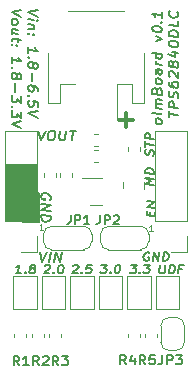
<source format=gto>
G04 #@! TF.GenerationSoftware,KiCad,Pcbnew,(5.1.4)-1*
G04 #@! TF.CreationDate,2019-11-18T19:24:08+01:00*
G04 #@! TF.ProjectId,olmBoard-v1,6f6c6d42-6f61-4726-942d-76312e6b6963,0.1*
G04 #@! TF.SameCoordinates,Original*
G04 #@! TF.FileFunction,Legend,Top*
G04 #@! TF.FilePolarity,Positive*
%FSLAX46Y46*%
G04 Gerber Fmt 4.6, Leading zero omitted, Abs format (unit mm)*
G04 Created by KiCad (PCBNEW (5.1.4)-1) date 2019-11-18 19:24:08*
%MOMM*%
%LPD*%
G04 APERTURE LIST*
%ADD10C,0.175000*%
%ADD11C,0.300000*%
%ADD12C,0.100000*%
%ADD13C,0.200000*%
%ADD14C,0.120000*%
%ADD15C,0.125000*%
%ADD16C,0.187500*%
G04 APERTURE END LIST*
D10*
X162895892Y-107816666D02*
X162825059Y-108383333D01*
X162854821Y-108450000D01*
X162888750Y-108483333D01*
X162960773Y-108516666D01*
X163113154Y-108516666D01*
X163193511Y-108483333D01*
X163235773Y-108450000D01*
X163282202Y-108383333D01*
X163353035Y-107816666D01*
X163646488Y-108516666D02*
X163733988Y-107816666D01*
X163924464Y-107816666D01*
X164034583Y-107850000D01*
X164102440Y-107916666D01*
X164132202Y-107983333D01*
X164153630Y-108116666D01*
X164141130Y-108216666D01*
X164086369Y-108350000D01*
X164039940Y-108416666D01*
X163955416Y-108483333D01*
X163836964Y-108516666D01*
X163646488Y-108516666D01*
X164758988Y-108150000D02*
X164492321Y-108150000D01*
X164446488Y-108516666D02*
X164533988Y-107816666D01*
X164914940Y-107816666D01*
X160419702Y-107816666D02*
X160914940Y-107816666D01*
X160614940Y-108083333D01*
X160729226Y-108083333D01*
X160801250Y-108116666D01*
X160835178Y-108150000D01*
X160864940Y-108216666D01*
X160844107Y-108383333D01*
X160797678Y-108450000D01*
X160755416Y-108483333D01*
X160675059Y-108516666D01*
X160446488Y-108516666D01*
X160374464Y-108483333D01*
X160340535Y-108450000D01*
X161178630Y-108450000D02*
X161212559Y-108483333D01*
X161170297Y-108516666D01*
X161136369Y-108483333D01*
X161178630Y-108450000D01*
X161170297Y-108516666D01*
X161562559Y-107816666D02*
X162057797Y-107816666D01*
X161757797Y-108083333D01*
X161872083Y-108083333D01*
X161944107Y-108116666D01*
X161978035Y-108150000D01*
X162007797Y-108216666D01*
X161986964Y-108383333D01*
X161940535Y-108450000D01*
X161898273Y-108483333D01*
X161817916Y-108516666D01*
X161589345Y-108516666D01*
X161517321Y-108483333D01*
X161483392Y-108450000D01*
X157919702Y-107816666D02*
X158414940Y-107816666D01*
X158114940Y-108083333D01*
X158229226Y-108083333D01*
X158301250Y-108116666D01*
X158335178Y-108150000D01*
X158364940Y-108216666D01*
X158344107Y-108383333D01*
X158297678Y-108450000D01*
X158255416Y-108483333D01*
X158175059Y-108516666D01*
X157946488Y-108516666D01*
X157874464Y-108483333D01*
X157840535Y-108450000D01*
X158678630Y-108450000D02*
X158712559Y-108483333D01*
X158670297Y-108516666D01*
X158636369Y-108483333D01*
X158678630Y-108450000D01*
X158670297Y-108516666D01*
X159291130Y-107816666D02*
X159367321Y-107816666D01*
X159439345Y-107850000D01*
X159473273Y-107883333D01*
X159503035Y-107950000D01*
X159524464Y-108083333D01*
X159503630Y-108250000D01*
X159448869Y-108383333D01*
X159402440Y-108450000D01*
X159360178Y-108483333D01*
X159279821Y-108516666D01*
X159203630Y-108516666D01*
X159131607Y-108483333D01*
X159097678Y-108450000D01*
X159067916Y-108383333D01*
X159046488Y-108250000D01*
X159067321Y-108083333D01*
X159122083Y-107950000D01*
X159168511Y-107883333D01*
X159210773Y-107850000D01*
X159291130Y-107816666D01*
X155549464Y-107883333D02*
X155591726Y-107850000D01*
X155672083Y-107816666D01*
X155862559Y-107816666D01*
X155934583Y-107850000D01*
X155968511Y-107883333D01*
X155998273Y-107950000D01*
X155989940Y-108016666D01*
X155939345Y-108116666D01*
X155432202Y-108516666D01*
X155927440Y-108516666D01*
X156278630Y-108450000D02*
X156312559Y-108483333D01*
X156270297Y-108516666D01*
X156236369Y-108483333D01*
X156278630Y-108450000D01*
X156270297Y-108516666D01*
X157119702Y-107816666D02*
X156738750Y-107816666D01*
X156658988Y-108150000D01*
X156701250Y-108116666D01*
X156781607Y-108083333D01*
X156972083Y-108083333D01*
X157044107Y-108116666D01*
X157078035Y-108150000D01*
X157107797Y-108216666D01*
X157086964Y-108383333D01*
X157040535Y-108450000D01*
X156998273Y-108483333D01*
X156917916Y-108516666D01*
X156727440Y-108516666D01*
X156655416Y-108483333D01*
X156621488Y-108450000D01*
X153149464Y-107883333D02*
X153191726Y-107850000D01*
X153272083Y-107816666D01*
X153462559Y-107816666D01*
X153534583Y-107850000D01*
X153568511Y-107883333D01*
X153598273Y-107950000D01*
X153589940Y-108016666D01*
X153539345Y-108116666D01*
X153032202Y-108516666D01*
X153527440Y-108516666D01*
X153878630Y-108450000D02*
X153912559Y-108483333D01*
X153870297Y-108516666D01*
X153836369Y-108483333D01*
X153878630Y-108450000D01*
X153870297Y-108516666D01*
X154491130Y-107816666D02*
X154567321Y-107816666D01*
X154639345Y-107850000D01*
X154673273Y-107883333D01*
X154703035Y-107950000D01*
X154724464Y-108083333D01*
X154703630Y-108250000D01*
X154648869Y-108383333D01*
X154602440Y-108450000D01*
X154560178Y-108483333D01*
X154479821Y-108516666D01*
X154403630Y-108516666D01*
X154331607Y-108483333D01*
X154297678Y-108450000D01*
X154267916Y-108383333D01*
X154246488Y-108250000D01*
X154267321Y-108083333D01*
X154322083Y-107950000D01*
X154368511Y-107883333D01*
X154410773Y-107850000D01*
X154491130Y-107816666D01*
X151127440Y-108516666D02*
X150670297Y-108516666D01*
X150898869Y-108516666D02*
X150986369Y-107816666D01*
X150897678Y-107916666D01*
X150813154Y-107983333D01*
X150732797Y-108016666D01*
X151478630Y-108450000D02*
X151512559Y-108483333D01*
X151470297Y-108516666D01*
X151436369Y-108483333D01*
X151478630Y-108450000D01*
X151470297Y-108516666D01*
X152015535Y-108116666D02*
X151943511Y-108083333D01*
X151909583Y-108050000D01*
X151879821Y-107983333D01*
X151883988Y-107950000D01*
X151930416Y-107883333D01*
X151972678Y-107850000D01*
X152053035Y-107816666D01*
X152205416Y-107816666D01*
X152277440Y-107850000D01*
X152311369Y-107883333D01*
X152341130Y-107950000D01*
X152336964Y-107983333D01*
X152290535Y-108050000D01*
X152248273Y-108083333D01*
X152167916Y-108116666D01*
X152015535Y-108116666D01*
X151935178Y-108150000D01*
X151892916Y-108183333D01*
X151846488Y-108250000D01*
X151829821Y-108383333D01*
X151859583Y-108450000D01*
X151893511Y-108483333D01*
X151965535Y-108516666D01*
X152117916Y-108516666D01*
X152198273Y-108483333D01*
X152240535Y-108450000D01*
X152286964Y-108383333D01*
X152303630Y-108250000D01*
X152273869Y-108183333D01*
X152239940Y-108150000D01*
X152167916Y-108116666D01*
D11*
X159428571Y-95557142D02*
X160571428Y-95557142D01*
X160000000Y-96128571D02*
X160000000Y-94985714D01*
D12*
G36*
X152480000Y-101600000D02*
G01*
X152680000Y-101700000D01*
X152680000Y-104150000D01*
X149800000Y-104140000D01*
X149780000Y-99250000D01*
X152480000Y-99250000D01*
X152480000Y-101600000D01*
G37*
X152480000Y-101600000D02*
X152680000Y-101700000D01*
X152680000Y-104150000D01*
X149800000Y-104140000D01*
X149780000Y-99250000D01*
X152480000Y-99250000D01*
X152480000Y-101600000D01*
D10*
X161990773Y-106800000D02*
X161918750Y-106766666D01*
X161804464Y-106766666D01*
X161686011Y-106800000D01*
X161601488Y-106866666D01*
X161555059Y-106933333D01*
X161500297Y-107066666D01*
X161487797Y-107166666D01*
X161509226Y-107300000D01*
X161538988Y-107366666D01*
X161606845Y-107433333D01*
X161716964Y-107466666D01*
X161793154Y-107466666D01*
X161911607Y-107433333D01*
X161953869Y-107400000D01*
X161983035Y-107166666D01*
X161830654Y-107166666D01*
X162288392Y-107466666D02*
X162375892Y-106766666D01*
X162745535Y-107466666D01*
X162833035Y-106766666D01*
X163126488Y-107466666D02*
X163213988Y-106766666D01*
X163404464Y-106766666D01*
X163514583Y-106800000D01*
X163582440Y-106866666D01*
X163612202Y-106933333D01*
X163633630Y-107066666D01*
X163621130Y-107166666D01*
X163566369Y-107300000D01*
X163519940Y-107366666D01*
X163435416Y-107433333D01*
X163316964Y-107466666D01*
X163126488Y-107466666D01*
X162080000Y-103645773D02*
X162080000Y-103379107D01*
X162446666Y-103310654D02*
X162446666Y-103691607D01*
X161746666Y-103604107D01*
X161746666Y-103223154D01*
X162446666Y-102967797D02*
X161746666Y-102880297D01*
X162446666Y-102510654D01*
X161746666Y-102423154D01*
X162346666Y-101041607D02*
X161646666Y-100954107D01*
X162146666Y-100749940D01*
X161646666Y-100420773D01*
X162346666Y-100508273D01*
X162346666Y-100127321D02*
X161646666Y-100039821D01*
X161646666Y-99849345D01*
X161680000Y-99739226D01*
X161746666Y-99671369D01*
X161813333Y-99641607D01*
X161946666Y-99620178D01*
X162046666Y-99632678D01*
X162180000Y-99687440D01*
X162246666Y-99733869D01*
X162313333Y-99818392D01*
X162346666Y-99936845D01*
X162346666Y-100127321D01*
X162313333Y-98575535D02*
X162346666Y-98465416D01*
X162346666Y-98274940D01*
X162313333Y-98194583D01*
X162280000Y-98152321D01*
X162213333Y-98105892D01*
X162146666Y-98097559D01*
X162080000Y-98127321D01*
X162046666Y-98161250D01*
X162013333Y-98233273D01*
X161980000Y-98381488D01*
X161946666Y-98453511D01*
X161913333Y-98487440D01*
X161846666Y-98517202D01*
X161780000Y-98508869D01*
X161713333Y-98462440D01*
X161680000Y-98420178D01*
X161646666Y-98339821D01*
X161646666Y-98149345D01*
X161680000Y-98039226D01*
X161646666Y-97806488D02*
X161646666Y-97349345D01*
X162346666Y-97665416D02*
X161646666Y-97577916D01*
X162346666Y-97170178D02*
X161646666Y-97082678D01*
X161646666Y-96777916D01*
X161680000Y-96705892D01*
X161713333Y-96671964D01*
X161780000Y-96642202D01*
X161880000Y-96654702D01*
X161946666Y-96701130D01*
X161980000Y-96743392D01*
X162013333Y-96823750D01*
X162013333Y-97128511D01*
D13*
X153580000Y-102315714D02*
X153618095Y-102234761D01*
X153618095Y-102106190D01*
X153580000Y-101972857D01*
X153503809Y-101877619D01*
X153427619Y-101825238D01*
X153275238Y-101763333D01*
X153160952Y-101749047D01*
X153008571Y-101772857D01*
X152932380Y-101806190D01*
X152856190Y-101882380D01*
X152818095Y-102006190D01*
X152818095Y-102091904D01*
X152856190Y-102225238D01*
X152894285Y-102272857D01*
X153160952Y-102306190D01*
X153160952Y-102134761D01*
X152818095Y-102649047D02*
X153618095Y-102749047D01*
X152818095Y-103163333D01*
X153618095Y-103263333D01*
X152818095Y-103591904D02*
X153618095Y-103691904D01*
X153618095Y-103906190D01*
X153580000Y-104030000D01*
X153503809Y-104106190D01*
X153427619Y-104139523D01*
X153275238Y-104163333D01*
X153160952Y-104149047D01*
X153008571Y-104087142D01*
X152932380Y-104034761D01*
X152856190Y-103939523D01*
X152818095Y-103806190D01*
X152818095Y-103591904D01*
X152600476Y-96461904D02*
X152800476Y-97261904D01*
X153200476Y-96461904D01*
X153671904Y-96461904D02*
X153843333Y-96461904D01*
X153924285Y-96500000D01*
X154000476Y-96576190D01*
X154024285Y-96728571D01*
X153990952Y-96995238D01*
X153929047Y-97147619D01*
X153833809Y-97223809D01*
X153743333Y-97261904D01*
X153571904Y-97261904D01*
X153490952Y-97223809D01*
X153414761Y-97147619D01*
X153390952Y-96995238D01*
X153424285Y-96728571D01*
X153486190Y-96576190D01*
X153581428Y-96500000D01*
X153671904Y-96461904D01*
X154443333Y-96461904D02*
X154362380Y-97109523D01*
X154395714Y-97185714D01*
X154433809Y-97223809D01*
X154514761Y-97261904D01*
X154686190Y-97261904D01*
X154776666Y-97223809D01*
X154824285Y-97185714D01*
X154876666Y-97109523D01*
X154957619Y-96461904D01*
X155257619Y-96461904D02*
X155771904Y-96461904D01*
X155414761Y-97261904D02*
X155514761Y-96461904D01*
X152720476Y-106749904D02*
X152920476Y-107549904D01*
X153320476Y-106749904D01*
X153520476Y-107549904D02*
X153620476Y-106749904D01*
X153949047Y-107549904D02*
X154049047Y-106749904D01*
X154463333Y-107549904D01*
X154563333Y-106749904D01*
X152518095Y-86220476D02*
X151718095Y-86420476D01*
X152518095Y-86820476D01*
X151718095Y-87020476D02*
X152251428Y-87087142D01*
X152518095Y-87120476D02*
X152480000Y-87072857D01*
X152441904Y-87110952D01*
X152480000Y-87158571D01*
X152518095Y-87120476D01*
X152441904Y-87110952D01*
X152251428Y-87515714D02*
X151718095Y-87449047D01*
X152175238Y-87506190D02*
X152213333Y-87553809D01*
X152251428Y-87644285D01*
X152251428Y-87772857D01*
X152213333Y-87853809D01*
X152137142Y-87887142D01*
X151718095Y-87834761D01*
X151794285Y-88272857D02*
X151756190Y-88310952D01*
X151718095Y-88263333D01*
X151756190Y-88225238D01*
X151794285Y-88272857D01*
X151718095Y-88263333D01*
X152213333Y-88325238D02*
X152175238Y-88363333D01*
X152137142Y-88315714D01*
X152175238Y-88277619D01*
X152213333Y-88325238D01*
X152137142Y-88315714D01*
X151718095Y-89849047D02*
X151718095Y-89334761D01*
X151718095Y-89591904D02*
X152518095Y-89691904D01*
X152403809Y-89591904D01*
X152327619Y-89496666D01*
X152289523Y-89406190D01*
X151794285Y-90244285D02*
X151756190Y-90282380D01*
X151718095Y-90234761D01*
X151756190Y-90196666D01*
X151794285Y-90244285D01*
X151718095Y-90234761D01*
X152175238Y-90849047D02*
X152213333Y-90768095D01*
X152251428Y-90730000D01*
X152327619Y-90696666D01*
X152365714Y-90701428D01*
X152441904Y-90753809D01*
X152480000Y-90801428D01*
X152518095Y-90891904D01*
X152518095Y-91063333D01*
X152480000Y-91144285D01*
X152441904Y-91182380D01*
X152365714Y-91215714D01*
X152327619Y-91210952D01*
X152251428Y-91158571D01*
X152213333Y-91110952D01*
X152175238Y-91020476D01*
X152175238Y-90849047D01*
X152137142Y-90758571D01*
X152099047Y-90710952D01*
X152022857Y-90658571D01*
X151870476Y-90639523D01*
X151794285Y-90672857D01*
X151756190Y-90710952D01*
X151718095Y-90791904D01*
X151718095Y-90963333D01*
X151756190Y-91053809D01*
X151794285Y-91101428D01*
X151870476Y-91153809D01*
X152022857Y-91172857D01*
X152099047Y-91139523D01*
X152137142Y-91101428D01*
X152175238Y-91020476D01*
X152022857Y-91558571D02*
X152022857Y-92244285D01*
X152518095Y-93120476D02*
X152518095Y-92949047D01*
X152480000Y-92858571D01*
X152441904Y-92810952D01*
X152327619Y-92710952D01*
X152175238Y-92649047D01*
X151870476Y-92610952D01*
X151794285Y-92644285D01*
X151756190Y-92682380D01*
X151718095Y-92763333D01*
X151718095Y-92934761D01*
X151756190Y-93025238D01*
X151794285Y-93072857D01*
X151870476Y-93125238D01*
X152060952Y-93149047D01*
X152137142Y-93115714D01*
X152175238Y-93077619D01*
X152213333Y-92996666D01*
X152213333Y-92825238D01*
X152175238Y-92734761D01*
X152137142Y-92687142D01*
X152060952Y-92634761D01*
X151794285Y-93501428D02*
X151756190Y-93539523D01*
X151718095Y-93491904D01*
X151756190Y-93453809D01*
X151794285Y-93501428D01*
X151718095Y-93491904D01*
X152518095Y-94449047D02*
X152518095Y-94020476D01*
X152137142Y-93930000D01*
X152175238Y-93977619D01*
X152213333Y-94068095D01*
X152213333Y-94282380D01*
X152175238Y-94363333D01*
X152137142Y-94401428D01*
X152060952Y-94434761D01*
X151870476Y-94410952D01*
X151794285Y-94358571D01*
X151756190Y-94310952D01*
X151718095Y-94220476D01*
X151718095Y-94006190D01*
X151756190Y-93925238D01*
X151794285Y-93887142D01*
X152518095Y-94749047D02*
X151718095Y-94949047D01*
X152518095Y-95349047D01*
X151118095Y-86220476D02*
X150318095Y-86420476D01*
X151118095Y-86820476D01*
X150318095Y-87149047D02*
X150356190Y-87068095D01*
X150394285Y-87030000D01*
X150470476Y-86996666D01*
X150699047Y-87025238D01*
X150775238Y-87077619D01*
X150813333Y-87125238D01*
X150851428Y-87215714D01*
X150851428Y-87344285D01*
X150813333Y-87425238D01*
X150775238Y-87463333D01*
X150699047Y-87496666D01*
X150470476Y-87468095D01*
X150394285Y-87415714D01*
X150356190Y-87368095D01*
X150318095Y-87277619D01*
X150318095Y-87149047D01*
X150851428Y-88287142D02*
X150318095Y-88220476D01*
X150851428Y-87901428D02*
X150432380Y-87849047D01*
X150356190Y-87882380D01*
X150318095Y-87963333D01*
X150318095Y-88091904D01*
X150356190Y-88182380D01*
X150394285Y-88230000D01*
X150851428Y-88587142D02*
X150851428Y-88930000D01*
X151118095Y-88749047D02*
X150432380Y-88663333D01*
X150356190Y-88696666D01*
X150318095Y-88777619D01*
X150318095Y-88863333D01*
X150394285Y-89172857D02*
X150356190Y-89210952D01*
X150318095Y-89163333D01*
X150356190Y-89125238D01*
X150394285Y-89172857D01*
X150318095Y-89163333D01*
X150813333Y-89225238D02*
X150775238Y-89263333D01*
X150737142Y-89215714D01*
X150775238Y-89177619D01*
X150813333Y-89225238D01*
X150737142Y-89215714D01*
X150318095Y-90749047D02*
X150318095Y-90234761D01*
X150318095Y-90491904D02*
X151118095Y-90591904D01*
X151003809Y-90491904D01*
X150927619Y-90396666D01*
X150889523Y-90306190D01*
X150394285Y-91144285D02*
X150356190Y-91182380D01*
X150318095Y-91134761D01*
X150356190Y-91096666D01*
X150394285Y-91144285D01*
X150318095Y-91134761D01*
X150775238Y-91749047D02*
X150813333Y-91668095D01*
X150851428Y-91630000D01*
X150927619Y-91596666D01*
X150965714Y-91601428D01*
X151041904Y-91653809D01*
X151080000Y-91701428D01*
X151118095Y-91791904D01*
X151118095Y-91963333D01*
X151080000Y-92044285D01*
X151041904Y-92082380D01*
X150965714Y-92115714D01*
X150927619Y-92110952D01*
X150851428Y-92058571D01*
X150813333Y-92010952D01*
X150775238Y-91920476D01*
X150775238Y-91749047D01*
X150737142Y-91658571D01*
X150699047Y-91610952D01*
X150622857Y-91558571D01*
X150470476Y-91539523D01*
X150394285Y-91572857D01*
X150356190Y-91610952D01*
X150318095Y-91691904D01*
X150318095Y-91863333D01*
X150356190Y-91953809D01*
X150394285Y-92001428D01*
X150470476Y-92053809D01*
X150622857Y-92072857D01*
X150699047Y-92039523D01*
X150737142Y-92001428D01*
X150775238Y-91920476D01*
X150622857Y-92458571D02*
X150622857Y-93144285D01*
X151118095Y-93549047D02*
X151118095Y-94106190D01*
X150813333Y-93768095D01*
X150813333Y-93896666D01*
X150775238Y-93977619D01*
X150737142Y-94015714D01*
X150660952Y-94049047D01*
X150470476Y-94025238D01*
X150394285Y-93972857D01*
X150356190Y-93925238D01*
X150318095Y-93834761D01*
X150318095Y-93577619D01*
X150356190Y-93496666D01*
X150394285Y-93458571D01*
X150394285Y-94401428D02*
X150356190Y-94439523D01*
X150318095Y-94391904D01*
X150356190Y-94353809D01*
X150394285Y-94401428D01*
X150318095Y-94391904D01*
X151118095Y-94834761D02*
X151118095Y-95391904D01*
X150813333Y-95053809D01*
X150813333Y-95182380D01*
X150775238Y-95263333D01*
X150737142Y-95301428D01*
X150660952Y-95334761D01*
X150470476Y-95310952D01*
X150394285Y-95258571D01*
X150356190Y-95210952D01*
X150318095Y-95120476D01*
X150318095Y-94863333D01*
X150356190Y-94782380D01*
X150394285Y-94744285D01*
X151118095Y-95649047D02*
X150318095Y-95849047D01*
X151118095Y-96249047D01*
X163041904Y-95764880D02*
X163003809Y-95845833D01*
X162965714Y-95883928D01*
X162889523Y-95917261D01*
X162660952Y-95888690D01*
X162584761Y-95836309D01*
X162546666Y-95788690D01*
X162508571Y-95698214D01*
X162508571Y-95569642D01*
X162546666Y-95488690D01*
X162584761Y-95450595D01*
X162660952Y-95417261D01*
X162889523Y-95445833D01*
X162965714Y-95498214D01*
X163003809Y-95545833D01*
X163041904Y-95636309D01*
X163041904Y-95764880D01*
X163041904Y-94950595D02*
X163003809Y-95031547D01*
X162927619Y-95064880D01*
X162241904Y-94979166D01*
X163041904Y-94607738D02*
X162508571Y-94541071D01*
X162584761Y-94550595D02*
X162546666Y-94502976D01*
X162508571Y-94412500D01*
X162508571Y-94283928D01*
X162546666Y-94202976D01*
X162622857Y-94169642D01*
X163041904Y-94222023D01*
X162622857Y-94169642D02*
X162546666Y-94117261D01*
X162508571Y-94026785D01*
X162508571Y-93898214D01*
X162546666Y-93817261D01*
X162622857Y-93783928D01*
X163041904Y-93836309D01*
X162622857Y-93055357D02*
X162660952Y-92931547D01*
X162699047Y-92893452D01*
X162775238Y-92860119D01*
X162889523Y-92874404D01*
X162965714Y-92926785D01*
X163003809Y-92974404D01*
X163041904Y-93064880D01*
X163041904Y-93407738D01*
X162241904Y-93307738D01*
X162241904Y-93007738D01*
X162280000Y-92926785D01*
X162318095Y-92888690D01*
X162394285Y-92855357D01*
X162470476Y-92864880D01*
X162546666Y-92917261D01*
X162584761Y-92964880D01*
X162622857Y-93055357D01*
X162622857Y-93355357D01*
X163041904Y-92379166D02*
X163003809Y-92460119D01*
X162965714Y-92498214D01*
X162889523Y-92531547D01*
X162660952Y-92502976D01*
X162584761Y-92450595D01*
X162546666Y-92402976D01*
X162508571Y-92312500D01*
X162508571Y-92183928D01*
X162546666Y-92102976D01*
X162584761Y-92064880D01*
X162660952Y-92031547D01*
X162889523Y-92060119D01*
X162965714Y-92112500D01*
X163003809Y-92160119D01*
X163041904Y-92250595D01*
X163041904Y-92379166D01*
X163041904Y-91307738D02*
X162622857Y-91255357D01*
X162546666Y-91288690D01*
X162508571Y-91369642D01*
X162508571Y-91541071D01*
X162546666Y-91631547D01*
X163003809Y-91302976D02*
X163041904Y-91393452D01*
X163041904Y-91607738D01*
X163003809Y-91688690D01*
X162927619Y-91722023D01*
X162851428Y-91712500D01*
X162775238Y-91660119D01*
X162737142Y-91569642D01*
X162737142Y-91355357D01*
X162699047Y-91264880D01*
X163041904Y-90879166D02*
X162508571Y-90812500D01*
X162660952Y-90831547D02*
X162584761Y-90779166D01*
X162546666Y-90731547D01*
X162508571Y-90641071D01*
X162508571Y-90555357D01*
X163041904Y-89936309D02*
X162241904Y-89836309D01*
X163003809Y-89931547D02*
X163041904Y-90022023D01*
X163041904Y-90193452D01*
X163003809Y-90274404D01*
X162965714Y-90312500D01*
X162889523Y-90345833D01*
X162660952Y-90317261D01*
X162584761Y-90264880D01*
X162546666Y-90217261D01*
X162508571Y-90126785D01*
X162508571Y-89955357D01*
X162546666Y-89874404D01*
X162508571Y-88841071D02*
X163041904Y-88693452D01*
X162508571Y-88412500D01*
X162241904Y-87864880D02*
X162241904Y-87779166D01*
X162280000Y-87698214D01*
X162318095Y-87660119D01*
X162394285Y-87626785D01*
X162546666Y-87602976D01*
X162737142Y-87626785D01*
X162889523Y-87688690D01*
X162965714Y-87741071D01*
X163003809Y-87788690D01*
X163041904Y-87879166D01*
X163041904Y-87964880D01*
X163003809Y-88045833D01*
X162965714Y-88083928D01*
X162889523Y-88117261D01*
X162737142Y-88141071D01*
X162546666Y-88117261D01*
X162394285Y-88055357D01*
X162318095Y-88002976D01*
X162280000Y-87955357D01*
X162241904Y-87864880D01*
X162965714Y-87269642D02*
X163003809Y-87231547D01*
X163041904Y-87279166D01*
X163003809Y-87317261D01*
X162965714Y-87269642D01*
X163041904Y-87279166D01*
X163041904Y-86379166D02*
X163041904Y-86893452D01*
X163041904Y-86636309D02*
X162241904Y-86536309D01*
X162356190Y-86636309D01*
X162432380Y-86731547D01*
X162470476Y-86822023D01*
X163641904Y-95279166D02*
X163641904Y-94764880D01*
X164441904Y-95122023D02*
X163641904Y-95022023D01*
X164441904Y-94564880D02*
X163641904Y-94464880D01*
X163641904Y-94122023D01*
X163680000Y-94041071D01*
X163718095Y-94002976D01*
X163794285Y-93969642D01*
X163908571Y-93983928D01*
X163984761Y-94036309D01*
X164022857Y-94083928D01*
X164060952Y-94174404D01*
X164060952Y-94517261D01*
X164403809Y-93702976D02*
X164441904Y-93579166D01*
X164441904Y-93364880D01*
X164403809Y-93274404D01*
X164365714Y-93226785D01*
X164289523Y-93174404D01*
X164213333Y-93164880D01*
X164137142Y-93198214D01*
X164099047Y-93236309D01*
X164060952Y-93317261D01*
X164022857Y-93483928D01*
X163984761Y-93564880D01*
X163946666Y-93602976D01*
X163870476Y-93636309D01*
X163794285Y-93626785D01*
X163718095Y-93574404D01*
X163680000Y-93526785D01*
X163641904Y-93436309D01*
X163641904Y-93222023D01*
X163680000Y-93098214D01*
X163641904Y-92322023D02*
X163641904Y-92493452D01*
X163680000Y-92583928D01*
X163718095Y-92631547D01*
X163832380Y-92731547D01*
X163984761Y-92793452D01*
X164289523Y-92831547D01*
X164365714Y-92798214D01*
X164403809Y-92760119D01*
X164441904Y-92679166D01*
X164441904Y-92507738D01*
X164403809Y-92417261D01*
X164365714Y-92369642D01*
X164289523Y-92317261D01*
X164099047Y-92293452D01*
X164022857Y-92326785D01*
X163984761Y-92364880D01*
X163946666Y-92445833D01*
X163946666Y-92617261D01*
X163984761Y-92707738D01*
X164022857Y-92755357D01*
X164099047Y-92807738D01*
X163718095Y-91902976D02*
X163680000Y-91855357D01*
X163641904Y-91764880D01*
X163641904Y-91550595D01*
X163680000Y-91469642D01*
X163718095Y-91431547D01*
X163794285Y-91398214D01*
X163870476Y-91407738D01*
X163984761Y-91464880D01*
X164441904Y-92036309D01*
X164441904Y-91479166D01*
X163984761Y-90907738D02*
X163946666Y-90988690D01*
X163908571Y-91026785D01*
X163832380Y-91060119D01*
X163794285Y-91055357D01*
X163718095Y-91002976D01*
X163680000Y-90955357D01*
X163641904Y-90864880D01*
X163641904Y-90693452D01*
X163680000Y-90612500D01*
X163718095Y-90574404D01*
X163794285Y-90541071D01*
X163832380Y-90545833D01*
X163908571Y-90598214D01*
X163946666Y-90645833D01*
X163984761Y-90736309D01*
X163984761Y-90907738D01*
X164022857Y-90998214D01*
X164060952Y-91045833D01*
X164137142Y-91098214D01*
X164289523Y-91117261D01*
X164365714Y-91083928D01*
X164403809Y-91045833D01*
X164441904Y-90964880D01*
X164441904Y-90793452D01*
X164403809Y-90702976D01*
X164365714Y-90655357D01*
X164289523Y-90602976D01*
X164137142Y-90583928D01*
X164060952Y-90617261D01*
X164022857Y-90655357D01*
X163984761Y-90736309D01*
X163908571Y-89783928D02*
X164441904Y-89850595D01*
X163603809Y-89960119D02*
X164175238Y-90245833D01*
X164175238Y-89688690D01*
X163641904Y-89107738D02*
X163641904Y-89022023D01*
X163680000Y-88941071D01*
X163718095Y-88902976D01*
X163794285Y-88869642D01*
X163946666Y-88845833D01*
X164137142Y-88869642D01*
X164289523Y-88931547D01*
X164365714Y-88983928D01*
X164403809Y-89031547D01*
X164441904Y-89122023D01*
X164441904Y-89207738D01*
X164403809Y-89288690D01*
X164365714Y-89326785D01*
X164289523Y-89360119D01*
X164137142Y-89383928D01*
X163946666Y-89360119D01*
X163794285Y-89298214D01*
X163718095Y-89245833D01*
X163680000Y-89198214D01*
X163641904Y-89107738D01*
X164441904Y-88522023D02*
X163641904Y-88422023D01*
X163641904Y-88207738D01*
X163680000Y-88083928D01*
X163756190Y-88007738D01*
X163832380Y-87974404D01*
X163984761Y-87950595D01*
X164099047Y-87964880D01*
X164251428Y-88026785D01*
X164327619Y-88079166D01*
X164403809Y-88174404D01*
X164441904Y-88307738D01*
X164441904Y-88522023D01*
X164441904Y-87193452D02*
X164441904Y-87622023D01*
X163641904Y-87522023D01*
X164365714Y-86369642D02*
X164403809Y-86417261D01*
X164441904Y-86550595D01*
X164441904Y-86636309D01*
X164403809Y-86760119D01*
X164327619Y-86836309D01*
X164251428Y-86869642D01*
X164099047Y-86893452D01*
X163984761Y-86879166D01*
X163832380Y-86817261D01*
X163756190Y-86764880D01*
X163680000Y-86669642D01*
X163641904Y-86536309D01*
X163641904Y-86450595D01*
X163680000Y-86326785D01*
X163718095Y-86288690D01*
D14*
X153033000Y-100365779D02*
X153033000Y-100040221D01*
X154053000Y-100365779D02*
X154053000Y-100040221D01*
X154430000Y-100365779D02*
X154430000Y-100040221D01*
X155450000Y-100365779D02*
X155450000Y-100040221D01*
X157642779Y-98105500D02*
X157317221Y-98105500D01*
X157642779Y-99125500D02*
X157317221Y-99125500D01*
X157642779Y-97728500D02*
X157317221Y-97728500D01*
X157642779Y-96708500D02*
X157317221Y-96708500D01*
X161165000Y-98143279D02*
X161165000Y-97817721D01*
X160145000Y-98143279D02*
X160145000Y-97817721D01*
X161540000Y-89865000D02*
X161540000Y-94115000D01*
X161540000Y-94115000D02*
X160520000Y-94115000D01*
X160520000Y-94115000D02*
X160520000Y-92515000D01*
X160520000Y-92515000D02*
X159240000Y-92515000D01*
X159240000Y-92515000D02*
X159240000Y-95405000D01*
X153420000Y-89865000D02*
X153420000Y-94115000D01*
X153420000Y-94115000D02*
X154440000Y-94115000D01*
X154440000Y-94115000D02*
X154440000Y-92515000D01*
X154440000Y-92515000D02*
X155720000Y-92515000D01*
X159820000Y-86295000D02*
X155140000Y-86295000D01*
X152460000Y-96460000D02*
X149800000Y-96460000D01*
X152460000Y-104140000D02*
X152460000Y-96460000D01*
X149800000Y-104140000D02*
X149800000Y-96460000D01*
X152460000Y-104140000D02*
X149800000Y-104140000D01*
X152460000Y-105410000D02*
X152460000Y-106740000D01*
X152460000Y-106740000D02*
X151130000Y-106740000D01*
X165160000Y-106740000D02*
X163830000Y-106740000D01*
X165160000Y-105410000D02*
X165160000Y-106740000D01*
X165160000Y-104140000D02*
X162500000Y-104140000D01*
X162500000Y-104140000D02*
X162500000Y-96460000D01*
X165160000Y-104140000D02*
X165160000Y-96460000D01*
X165160000Y-96460000D02*
X162500000Y-96460000D01*
X153017000Y-105837000D02*
X153017000Y-105237000D01*
X156467000Y-106537000D02*
X153667000Y-106537000D01*
X157117000Y-105237000D02*
X157117000Y-105837000D01*
X153667000Y-104537000D02*
X156467000Y-104537000D01*
X156417000Y-104537000D02*
G75*
G02X157117000Y-105237000I0J-700000D01*
G01*
X157117000Y-105837000D02*
G75*
G02X156417000Y-106537000I-700000J0D01*
G01*
X153717000Y-106537000D02*
G75*
G02X153017000Y-105837000I0J700000D01*
G01*
X153017000Y-105237000D02*
G75*
G02X153717000Y-104537000I700000J0D01*
G01*
X161943000Y-105837000D02*
G75*
G02X161243000Y-106537000I-700000J0D01*
G01*
X161243000Y-104537000D02*
G75*
G02X161943000Y-105237000I0J-700000D01*
G01*
X157843000Y-105237000D02*
G75*
G02X158543000Y-104537000I700000J0D01*
G01*
X158543000Y-106537000D02*
G75*
G02X157843000Y-105837000I0J700000D01*
G01*
X161293000Y-106537000D02*
X158493000Y-106537000D01*
X157843000Y-105837000D02*
X157843000Y-105237000D01*
X158493000Y-104537000D02*
X161293000Y-104537000D01*
X161943000Y-105237000D02*
X161943000Y-105837000D01*
X164957000Y-114365000D02*
G75*
G02X164257000Y-115065000I-700000J0D01*
G01*
X163657000Y-115065000D02*
G75*
G02X162957000Y-114365000I0J700000D01*
G01*
X162957000Y-112965000D02*
G75*
G02X163657000Y-112265000I700000J0D01*
G01*
X164257000Y-112265000D02*
G75*
G02X164957000Y-112965000I0J-700000D01*
G01*
X163657000Y-112265000D02*
X164257000Y-112265000D01*
X162957000Y-114365000D02*
X162957000Y-112965000D01*
X164257000Y-115065000D02*
X163657000Y-115065000D01*
X164957000Y-112965000D02*
X164957000Y-114365000D01*
X152447500Y-108772500D02*
X152447500Y-111572500D01*
X152447500Y-111572500D02*
X150447500Y-111572500D01*
X150447500Y-111572500D02*
X150447500Y-108772500D01*
X150447500Y-108772500D02*
X152447500Y-108772500D01*
X152860500Y-108772500D02*
X154860500Y-108772500D01*
X152860500Y-111572500D02*
X152860500Y-108772500D01*
X154860500Y-111572500D02*
X152860500Y-111572500D01*
X154860500Y-108772500D02*
X154860500Y-111572500D01*
X155273500Y-108772500D02*
X157273500Y-108772500D01*
X155273500Y-111572500D02*
X155273500Y-108772500D01*
X157273500Y-111572500D02*
X155273500Y-111572500D01*
X157273500Y-108772500D02*
X157273500Y-111572500D01*
X159686500Y-108772500D02*
X159686500Y-111572500D01*
X159686500Y-111572500D02*
X157686500Y-111572500D01*
X157686500Y-111572500D02*
X157686500Y-108772500D01*
X157686500Y-108772500D02*
X159686500Y-108772500D01*
X162099500Y-108772500D02*
X162099500Y-111572500D01*
X162099500Y-111572500D02*
X160099500Y-111572500D01*
X160099500Y-111572500D02*
X160099500Y-108772500D01*
X160099500Y-108772500D02*
X162099500Y-108772500D01*
X162512500Y-108772500D02*
X164512500Y-108772500D01*
X162512500Y-111572500D02*
X162512500Y-108772500D01*
X164512500Y-111572500D02*
X162512500Y-111572500D01*
X164512500Y-108772500D02*
X164512500Y-111572500D01*
X159766000Y-101346000D02*
X159766000Y-100828844D01*
X161544000Y-101355156D02*
X161544000Y-100838000D01*
X150556500Y-113954779D02*
X150556500Y-113629221D01*
X151576500Y-113954779D02*
X151576500Y-113629221D01*
X153037000Y-113954779D02*
X153037000Y-113629221D01*
X152017000Y-113954779D02*
X152017000Y-113629221D01*
X153477500Y-113954779D02*
X153477500Y-113629221D01*
X154497500Y-113954779D02*
X154497500Y-113629221D01*
X161228500Y-113954779D02*
X161228500Y-113629221D01*
X160208500Y-113954779D02*
X160208500Y-113629221D01*
X161605500Y-113954779D02*
X161605500Y-113629221D01*
X162625500Y-113954779D02*
X162625500Y-113629221D01*
X157965000Y-102716000D02*
X156965000Y-102716000D01*
X156322000Y-100476000D02*
X157965000Y-100476000D01*
D10*
X155313333Y-103616666D02*
X155313333Y-104116666D01*
X155275238Y-104216666D01*
X155199047Y-104283333D01*
X155084761Y-104316666D01*
X155008571Y-104316666D01*
X155694285Y-104316666D02*
X155694285Y-103616666D01*
X155999047Y-103616666D01*
X156075238Y-103650000D01*
X156113333Y-103683333D01*
X156151428Y-103750000D01*
X156151428Y-103850000D01*
X156113333Y-103916666D01*
X156075238Y-103950000D01*
X155999047Y-103983333D01*
X155694285Y-103983333D01*
X156913333Y-104316666D02*
X156456190Y-104316666D01*
X156684761Y-104316666D02*
X156684761Y-103616666D01*
X156608571Y-103716666D01*
X156532380Y-103783333D01*
X156456190Y-103816666D01*
D15*
X152972857Y-104826190D02*
X152687142Y-104826190D01*
X152830000Y-104826190D02*
X152830000Y-104326190D01*
X152782380Y-104397619D01*
X152734761Y-104445238D01*
X152687142Y-104469047D01*
D10*
X157813333Y-103616666D02*
X157813333Y-104116666D01*
X157775238Y-104216666D01*
X157699047Y-104283333D01*
X157584761Y-104316666D01*
X157508571Y-104316666D01*
X158194285Y-104316666D02*
X158194285Y-103616666D01*
X158499047Y-103616666D01*
X158575238Y-103650000D01*
X158613333Y-103683333D01*
X158651428Y-103750000D01*
X158651428Y-103850000D01*
X158613333Y-103916666D01*
X158575238Y-103950000D01*
X158499047Y-103983333D01*
X158194285Y-103983333D01*
X158956190Y-103683333D02*
X158994285Y-103650000D01*
X159070476Y-103616666D01*
X159260952Y-103616666D01*
X159337142Y-103650000D01*
X159375238Y-103683333D01*
X159413333Y-103750000D01*
X159413333Y-103816666D01*
X159375238Y-103916666D01*
X158918095Y-104316666D01*
X159413333Y-104316666D01*
D15*
X162272857Y-104926190D02*
X161987142Y-104926190D01*
X162130000Y-104926190D02*
X162130000Y-104426190D01*
X162082380Y-104497619D01*
X162034761Y-104545238D01*
X161987142Y-104569047D01*
D16*
X163058166Y-115476785D02*
X163058166Y-116012500D01*
X163017690Y-116119642D01*
X162936738Y-116191071D01*
X162815309Y-116226785D01*
X162734357Y-116226785D01*
X163462928Y-116226785D02*
X163462928Y-115476785D01*
X163786738Y-115476785D01*
X163867690Y-115512500D01*
X163908166Y-115548214D01*
X163948642Y-115619642D01*
X163948642Y-115726785D01*
X163908166Y-115798214D01*
X163867690Y-115833928D01*
X163786738Y-115869642D01*
X163462928Y-115869642D01*
X164231976Y-115476785D02*
X164758166Y-115476785D01*
X164474833Y-115762500D01*
X164596261Y-115762500D01*
X164677214Y-115798214D01*
X164717690Y-115833928D01*
X164758166Y-115905357D01*
X164758166Y-116083928D01*
X164717690Y-116155357D01*
X164677214Y-116191071D01*
X164596261Y-116226785D01*
X164353404Y-116226785D01*
X164272452Y-116191071D01*
X164231976Y-116155357D01*
D13*
D16*
X150988333Y-116290285D02*
X150705000Y-115933142D01*
X150502619Y-116290285D02*
X150502619Y-115540285D01*
X150826428Y-115540285D01*
X150907380Y-115576000D01*
X150947857Y-115611714D01*
X150988333Y-115683142D01*
X150988333Y-115790285D01*
X150947857Y-115861714D01*
X150907380Y-115897428D01*
X150826428Y-115933142D01*
X150502619Y-115933142D01*
X151797857Y-116290285D02*
X151312142Y-116290285D01*
X151555000Y-116290285D02*
X151555000Y-115540285D01*
X151474047Y-115647428D01*
X151393095Y-115718857D01*
X151312142Y-115754571D01*
D13*
D16*
X152639333Y-116290285D02*
X152356000Y-115933142D01*
X152153619Y-116290285D02*
X152153619Y-115540285D01*
X152477428Y-115540285D01*
X152558380Y-115576000D01*
X152598857Y-115611714D01*
X152639333Y-115683142D01*
X152639333Y-115790285D01*
X152598857Y-115861714D01*
X152558380Y-115897428D01*
X152477428Y-115933142D01*
X152153619Y-115933142D01*
X152963142Y-115611714D02*
X153003619Y-115576000D01*
X153084571Y-115540285D01*
X153286952Y-115540285D01*
X153367904Y-115576000D01*
X153408380Y-115611714D01*
X153448857Y-115683142D01*
X153448857Y-115754571D01*
X153408380Y-115861714D01*
X152922666Y-116290285D01*
X153448857Y-116290285D01*
D13*
D16*
X154290333Y-116290285D02*
X154007000Y-115933142D01*
X153804619Y-116290285D02*
X153804619Y-115540285D01*
X154128428Y-115540285D01*
X154209380Y-115576000D01*
X154249857Y-115611714D01*
X154290333Y-115683142D01*
X154290333Y-115790285D01*
X154249857Y-115861714D01*
X154209380Y-115897428D01*
X154128428Y-115933142D01*
X153804619Y-115933142D01*
X154573666Y-115540285D02*
X155099857Y-115540285D01*
X154816523Y-115826000D01*
X154937952Y-115826000D01*
X155018904Y-115861714D01*
X155059380Y-115897428D01*
X155099857Y-115968857D01*
X155099857Y-116147428D01*
X155059380Y-116218857D01*
X155018904Y-116254571D01*
X154937952Y-116290285D01*
X154695095Y-116290285D01*
X154614142Y-116254571D01*
X154573666Y-116218857D01*
D13*
D16*
X160005333Y-116226785D02*
X159722000Y-115869642D01*
X159519619Y-116226785D02*
X159519619Y-115476785D01*
X159843428Y-115476785D01*
X159924380Y-115512500D01*
X159964857Y-115548214D01*
X160005333Y-115619642D01*
X160005333Y-115726785D01*
X159964857Y-115798214D01*
X159924380Y-115833928D01*
X159843428Y-115869642D01*
X159519619Y-115869642D01*
X160733904Y-115726785D02*
X160733904Y-116226785D01*
X160531523Y-115441071D02*
X160329142Y-115976785D01*
X160855333Y-115976785D01*
D13*
D16*
X161656333Y-116226785D02*
X161373000Y-115869642D01*
X161170619Y-116226785D02*
X161170619Y-115476785D01*
X161494428Y-115476785D01*
X161575380Y-115512500D01*
X161615857Y-115548214D01*
X161656333Y-115619642D01*
X161656333Y-115726785D01*
X161615857Y-115798214D01*
X161575380Y-115833928D01*
X161494428Y-115869642D01*
X161170619Y-115869642D01*
X162425380Y-115476785D02*
X162020619Y-115476785D01*
X161980142Y-115833928D01*
X162020619Y-115798214D01*
X162101571Y-115762500D01*
X162303952Y-115762500D01*
X162384904Y-115798214D01*
X162425380Y-115833928D01*
X162465857Y-115905357D01*
X162465857Y-116083928D01*
X162425380Y-116155357D01*
X162384904Y-116191071D01*
X162303952Y-116226785D01*
X162101571Y-116226785D01*
X162020619Y-116191071D01*
X161980142Y-116155357D01*
D13*
M02*

</source>
